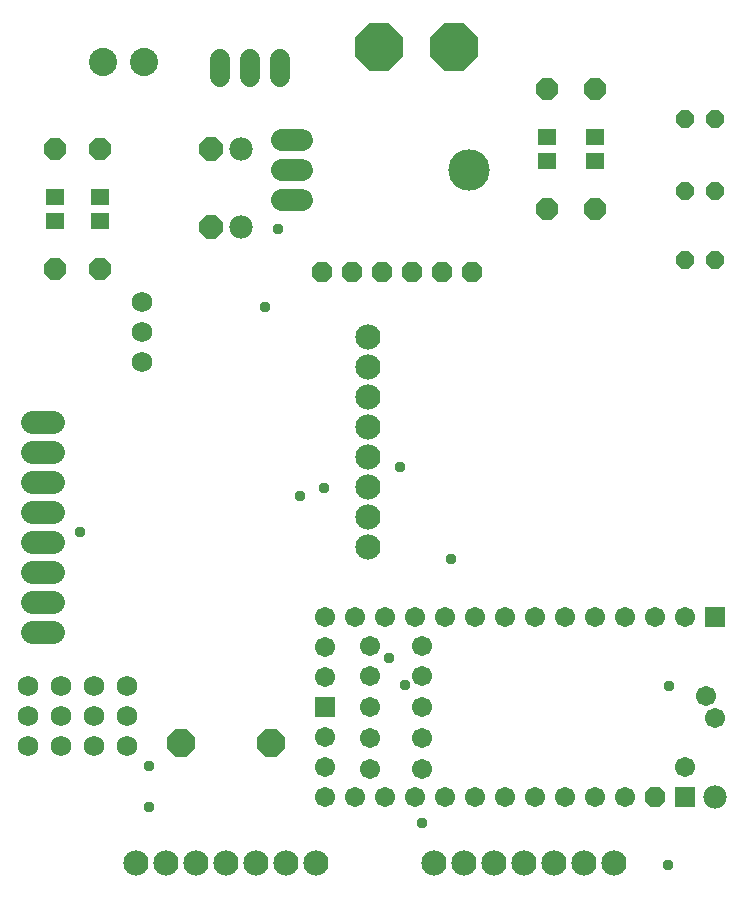
<source format=gbr>
G04 EAGLE Gerber RS-274X export*
G75*
%MOMM*%
%FSLAX34Y34*%
%LPD*%
%INSoldermask Top*%
%IPPOS*%
%AMOC8*
5,1,8,0,0,1.08239X$1,22.5*%
G01*
%ADD10P,4.343848X8X22.500000*%
%ADD11P,1.649562X8X22.500000*%
%ADD12C,1.879600*%
%ADD13C,3.505200*%
%ADD14C,2.387600*%
%ADD15C,1.727200*%
%ADD16P,2.034460X8X292.500000*%
%ADD17R,1.600000X1.400000*%
%ADD18P,2.034460X8X112.500000*%
%ADD19C,1.727200*%
%ADD20P,2.556822X8X202.500000*%
%ADD21R,1.711200X1.711200*%
%ADD22C,1.981200*%
%ADD23P,1.852186X8X292.500000*%
%ADD24C,1.711200*%
%ADD25C,2.133600*%
%ADD26C,1.981200*%
%ADD27P,1.869504X8X292.500000*%
%ADD28P,2.144431X8X202.500000*%
%ADD29C,0.959600*%


D10*
X388620Y855980D03*
X325120Y855980D03*
D11*
X584200Y734060D03*
X609600Y734060D03*
X584200Y675640D03*
X609600Y675640D03*
D12*
X259842Y777240D02*
X243078Y777240D01*
X243078Y751840D02*
X259842Y751840D01*
X259842Y726440D02*
X243078Y726440D01*
D13*
X401320Y751840D03*
D14*
X91220Y843280D03*
X126220Y843280D03*
D15*
X190500Y845820D02*
X190500Y830580D01*
X215900Y830580D02*
X215900Y845820D01*
X241300Y845820D02*
X241300Y830580D01*
D16*
X50800Y769620D03*
X50800Y668020D03*
D17*
X50800Y729074D03*
X50800Y708566D03*
D16*
X88900Y769620D03*
X88900Y668020D03*
D17*
X88900Y729074D03*
X88900Y708566D03*
D18*
X508000Y718820D03*
X508000Y820420D03*
D17*
X508000Y759366D03*
X508000Y779874D03*
D11*
X584200Y795020D03*
X609600Y795020D03*
D19*
X27940Y264160D03*
X27940Y289560D03*
X27940Y314960D03*
X55880Y264160D03*
X55880Y289560D03*
X55880Y314960D03*
X83820Y264160D03*
X83820Y289560D03*
X83820Y314960D03*
X111760Y264160D03*
X111760Y289560D03*
X111760Y314960D03*
D20*
X233680Y266700D03*
X157480Y266700D03*
D21*
X609600Y373380D03*
X279400Y297180D03*
X584200Y220980D03*
D22*
X609600Y220980D03*
D23*
X558800Y220980D03*
D24*
X279400Y322580D03*
X279400Y347980D03*
X279400Y271780D03*
X279400Y246380D03*
X279400Y220980D03*
X279400Y373380D03*
X584200Y373380D03*
X558800Y373380D03*
X533400Y373380D03*
X508000Y373380D03*
X482600Y373380D03*
X457200Y373380D03*
X431800Y373380D03*
X406400Y373380D03*
X381000Y373380D03*
X355600Y373380D03*
X330200Y373380D03*
X304800Y373380D03*
X584200Y246380D03*
X304800Y220980D03*
X330200Y220980D03*
X355600Y220980D03*
X381000Y220980D03*
X406400Y220980D03*
X431800Y220980D03*
X457200Y220980D03*
X482600Y220980D03*
X508000Y220980D03*
X533400Y220980D03*
X317500Y245110D03*
X317500Y271145D03*
X317500Y297180D03*
X317500Y323215D03*
X317500Y349250D03*
X361950Y245110D03*
X361950Y271145D03*
X361950Y297180D03*
X361950Y323215D03*
X361950Y349250D03*
X609600Y288180D03*
X602000Y306180D03*
D25*
X524510Y165100D03*
X499110Y165100D03*
X473710Y165100D03*
X448310Y165100D03*
X422910Y165100D03*
X397510Y165100D03*
X372110Y165100D03*
X195580Y165100D03*
X220980Y165100D03*
X170180Y165100D03*
X144780Y165100D03*
X246380Y165100D03*
X271780Y165100D03*
X119380Y165100D03*
D26*
X49530Y462280D02*
X31750Y462280D01*
X31750Y436880D02*
X49530Y436880D01*
X49530Y487680D02*
X31750Y487680D01*
X31750Y513080D02*
X49530Y513080D01*
X49530Y538480D02*
X31750Y538480D01*
X31750Y411480D02*
X49530Y411480D01*
X49530Y386080D02*
X31750Y386080D01*
X31750Y360680D02*
X49530Y360680D01*
D27*
X403860Y665480D03*
X378460Y665480D03*
X353060Y665480D03*
X327660Y665480D03*
X302260Y665480D03*
X276860Y665480D03*
D19*
X124460Y589280D03*
X124460Y614680D03*
X124460Y640080D03*
D28*
X182880Y703580D03*
D22*
X208280Y703580D03*
D28*
X182880Y769620D03*
D22*
X208280Y769620D03*
D18*
X467360Y718820D03*
X467360Y820420D03*
D17*
X467360Y759366D03*
X467360Y779874D03*
D25*
X316010Y534190D03*
X316010Y508790D03*
X316010Y483390D03*
X316010Y457990D03*
X316010Y559590D03*
X316010Y584990D03*
X316010Y610390D03*
X316010Y432590D03*
D29*
X361188Y198882D03*
X130302Y246888D03*
X130302Y212598D03*
X258318Y475488D03*
X278892Y482346D03*
X72094Y445498D03*
X228600Y635508D03*
X386334Y422910D03*
X570220Y163600D03*
X570580Y315340D03*
X347472Y315468D03*
X333756Y338328D03*
X342900Y500634D03*
X240030Y701802D03*
M02*

</source>
